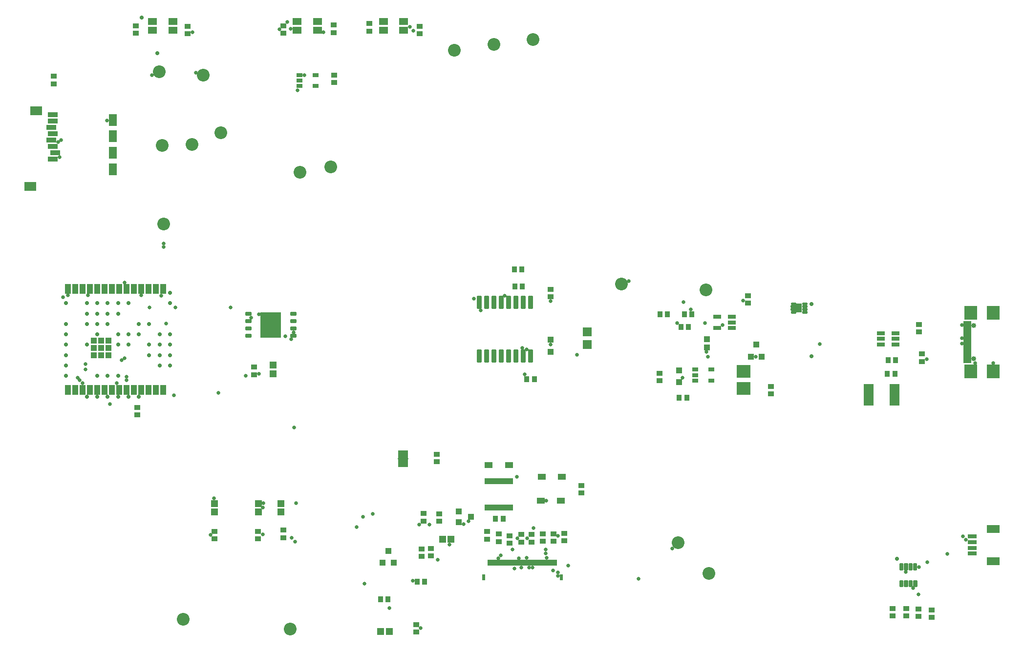
<source format=gbr>
G04 EAGLE Gerber RS-274X export*
G75*
%MOMM*%
%FSLAX34Y34*%
%LPD*%
%INSoldermask Top*%
%IPPOS*%
%AMOC8*
5,1,8,0,0,1.08239X$1,22.5*%
G01*
G04 Define Apertures*
%ADD10R,0.903200X1.103200*%
%ADD11R,1.103200X0.903200*%
%ADD12R,1.603200X1.603200*%
%ADD13R,2.403200X2.203200*%
%ADD14R,1.403200X0.803200*%
%ADD15R,1.143200X1.173200*%
%ADD16R,1.103200X1.003200*%
%ADD17R,1.353200X1.003200*%
%ADD18R,1.173200X1.143200*%
%ADD19R,1.103200X0.803200*%
%ADD20R,1.353200X0.503200*%
%ADD21R,2.203200X2.383200*%
%ADD22C,0.853200*%
%ADD23R,1.403200X2.003200*%
%ADD24R,2.103200X1.603200*%
%ADD25R,1.703200X0.903200*%
%ADD26R,2.203200X1.403200*%
%ADD27R,1.553200X0.803200*%
%ADD28R,0.503200X1.003200*%
%ADD29R,0.603200X1.003200*%
%ADD30R,5.029200X1.092200*%
%ADD31R,1.003200X1.003200*%
%ADD32R,1.003200X1.103200*%
%ADD33R,1.703200X3.803200*%
%ADD34R,1.828800X0.152400*%
%ADD35R,1.803400X1.371600*%
%ADD36C,2.203200*%
%ADD37R,1.603200X1.253200*%
%ADD38R,1.103200X1.703200*%
%ADD39C,0.269722*%
%ADD40C,0.279400*%
%ADD41R,1.103200X1.503200*%
%ADD42C,0.315166*%
%ADD43R,3.603200X4.503200*%
%ADD44R,1.403200X0.753200*%
%ADD45C,0.330503*%
%ADD46C,0.349006*%
%ADD47C,0.655600*%
%ADD48C,0.705600*%
D10*
X1444300Y-323800D03*
X1457300Y-323800D03*
X1049200Y-244000D03*
X1062200Y-244000D03*
D11*
X636100Y-664100D03*
X636100Y-651100D03*
X652200Y-663100D03*
X652200Y-650100D03*
X750000Y-634100D03*
X750000Y-621100D03*
X846300Y-638100D03*
X846300Y-625100D03*
X864400Y-638100D03*
X864400Y-625100D03*
X826500Y-639100D03*
X826500Y-626100D03*
X883600Y-637100D03*
X883600Y-624100D03*
X808800Y-639300D03*
X808800Y-626300D03*
X788900Y-641300D03*
X788900Y-628300D03*
D10*
X1443200Y-347000D03*
X1456200Y-347000D03*
D11*
X770000Y-638300D03*
X770000Y-625300D03*
X1497400Y-768300D03*
X1497400Y-755300D03*
X1520200Y-770300D03*
X1520200Y-757300D03*
D10*
X831500Y-356800D03*
X818500Y-356800D03*
D12*
X922900Y-296600D03*
X922900Y-274600D03*
D11*
X484800Y157700D03*
X484800Y170700D03*
X633100Y242500D03*
X633100Y255500D03*
X483600Y244578D03*
X483600Y257578D03*
X230200Y242500D03*
X230200Y255500D03*
X1241200Y-382500D03*
X1241200Y-369500D03*
D13*
X1193900Y-343000D03*
X1193900Y-373000D03*
D11*
X1048700Y-359500D03*
X1048700Y-346500D03*
X-1400Y155700D03*
X-1400Y168700D03*
X912600Y-541100D03*
X912600Y-554100D03*
D10*
X764200Y-599000D03*
X777200Y-599000D03*
X1091700Y-244000D03*
X1104700Y-244000D03*
D14*
X1432300Y-277300D03*
X1432300Y-286800D03*
X1432300Y-296300D03*
X1457300Y-296300D03*
X1457300Y-286800D03*
X1457300Y-277300D03*
D15*
X353200Y-587300D03*
X353200Y-572300D03*
X277000Y-587300D03*
X277000Y-572300D03*
X378800Y-347300D03*
X378800Y-332300D03*
D16*
X1082300Y-362200D03*
X1082300Y-341200D03*
D17*
X844100Y-525800D03*
X879100Y-525800D03*
X752500Y-505800D03*
X787500Y-505800D03*
X842700Y-567700D03*
X877700Y-567700D03*
D16*
X859800Y-309200D03*
X859800Y-288200D03*
D18*
X672300Y-634800D03*
X687300Y-634800D03*
X580100Y-794800D03*
X565100Y-794800D03*
D15*
X392400Y-587300D03*
X392400Y-572300D03*
D19*
X1109900Y-340100D03*
X1109900Y-349600D03*
X1109900Y-359100D03*
X1137900Y-359100D03*
X1137900Y-340100D03*
X424500Y170900D03*
X424500Y161400D03*
X424500Y151900D03*
X452500Y151900D03*
X452500Y170900D03*
D20*
X1582028Y-325900D03*
X1582028Y-317900D03*
X1582028Y-304900D03*
X1582028Y-294900D03*
X1582028Y-289900D03*
X1582028Y-279900D03*
X1582028Y-266900D03*
X1582028Y-258900D03*
X1582028Y-261900D03*
X1582028Y-269900D03*
X1582028Y-274900D03*
X1582028Y-284900D03*
X1582028Y-299900D03*
X1582028Y-309900D03*
X1582028Y-314900D03*
X1582028Y-322900D03*
D21*
X1627078Y-343500D03*
X1627078Y-241300D03*
X1587778Y-343500D03*
X1587778Y-241300D03*
D22*
X1592778Y-321300D03*
X1592778Y-263500D03*
D23*
X100762Y7500D03*
X100762Y64500D03*
D24*
X-41738Y-22500D03*
X-31738Y109000D03*
D25*
X-3238Y25500D03*
X762Y36500D03*
X-3238Y47500D03*
X-5238Y58500D03*
X-3238Y69500D03*
X-5238Y80500D03*
X-3238Y91500D03*
X-3238Y102500D03*
D23*
X100762Y36000D03*
X100762Y93000D03*
D26*
X1627078Y-672400D03*
X1627078Y-616400D03*
D27*
X1590328Y-659400D03*
X1590328Y-649400D03*
X1590328Y-639400D03*
X1590328Y-629400D03*
D28*
X868400Y-675300D03*
X863400Y-675300D03*
X858400Y-675300D03*
X853400Y-675300D03*
X848400Y-675300D03*
X843400Y-675300D03*
X838400Y-675300D03*
X833400Y-675300D03*
X828400Y-675300D03*
X823400Y-675300D03*
X818400Y-675300D03*
X813400Y-675300D03*
X808400Y-675300D03*
X803400Y-675300D03*
X798400Y-675300D03*
X793400Y-675300D03*
X788400Y-675300D03*
X783400Y-675300D03*
X778400Y-675300D03*
X773400Y-675300D03*
X768400Y-675300D03*
X763400Y-675300D03*
X758400Y-675300D03*
X753400Y-675300D03*
D29*
X878400Y-700300D03*
X743400Y-700300D03*
D30*
X769700Y-533640D03*
X769700Y-579360D03*
D31*
X1130600Y-302000D03*
X1130600Y-287000D03*
D32*
X1206500Y-317400D03*
X1225500Y-317400D03*
X1216000Y-296400D03*
X568700Y-675400D03*
X587700Y-675400D03*
X578200Y-654400D03*
D16*
X700400Y-585900D03*
X700400Y-604900D03*
X721400Y-595400D03*
D11*
X1498100Y-274900D03*
X1498100Y-261900D03*
D10*
X1085800Y-266000D03*
X1098800Y-266000D03*
D11*
X1201900Y-224900D03*
X1201900Y-211900D03*
X1452500Y-767500D03*
X1452500Y-754500D03*
X1475700Y-767500D03*
X1475700Y-754500D03*
X859900Y-213700D03*
X859900Y-200700D03*
D10*
X797600Y-196200D03*
X810600Y-196200D03*
X796800Y-166200D03*
X809800Y-166200D03*
D11*
X545500Y247300D03*
X545500Y260300D03*
X396700Y243300D03*
X396700Y256300D03*
X140900Y243300D03*
X140900Y256300D03*
D33*
X1410900Y-384000D03*
X1455900Y-384000D03*
D11*
X346100Y-348700D03*
X346100Y-335700D03*
X277300Y-633700D03*
X277300Y-620700D03*
X352500Y-633700D03*
X352500Y-620700D03*
X396700Y-631700D03*
X396700Y-618700D03*
X1503300Y-325900D03*
X1503300Y-312900D03*
X626900Y-795700D03*
X626900Y-782700D03*
D10*
X628600Y-708200D03*
X641600Y-708200D03*
X1082700Y-389000D03*
X1095700Y-389000D03*
D11*
X662500Y-486900D03*
X662500Y-499900D03*
X143300Y-418700D03*
X143300Y-405700D03*
D10*
X565000Y-738200D03*
X578000Y-738200D03*
D11*
X639700Y-602700D03*
X639700Y-589700D03*
X666900Y-603500D03*
X666900Y-590500D03*
D34*
X604200Y-494600D03*
D35*
X604200Y-486980D03*
X604200Y-502220D03*
D36*
X186700Y48600D03*
X223000Y-773400D03*
X1080500Y-640400D03*
X189500Y-87400D03*
X288000Y70600D03*
X1128500Y-201400D03*
X829000Y232600D03*
X692500Y213600D03*
X408000Y-790400D03*
X237900Y50400D03*
X982100Y-191600D03*
X425300Y2400D03*
X478500Y11400D03*
X181700Y176400D03*
X257900Y170400D03*
X761100Y224400D03*
X1134300Y-693600D03*
D37*
X604900Y263828D03*
X569900Y263828D03*
X569900Y248828D03*
X604900Y248828D03*
X455400Y263828D03*
X420400Y263828D03*
X420400Y248828D03*
X455400Y248828D03*
X204900Y263828D03*
X169900Y263828D03*
X169900Y248828D03*
X204900Y248828D03*
D38*
X23400Y-375100D03*
X36100Y-375100D03*
X48800Y-375100D03*
X61500Y-375100D03*
X74200Y-375100D03*
X86900Y-375100D03*
X99600Y-375100D03*
X112300Y-375100D03*
X125000Y-375100D03*
X137700Y-375100D03*
X150400Y-375100D03*
X163100Y-375100D03*
X175800Y-375100D03*
X188500Y-375100D03*
X188500Y-200100D03*
X175800Y-200100D03*
X163100Y-200100D03*
X150400Y-200100D03*
X137700Y-200100D03*
X125000Y-200100D03*
X112300Y-200100D03*
X99600Y-200100D03*
X86900Y-200100D03*
X74200Y-200100D03*
X61500Y-200100D03*
X48800Y-200100D03*
X36100Y-200100D03*
X23400Y-200100D03*
D31*
X80600Y-302650D03*
X68100Y-315150D03*
X68100Y-302650D03*
X68100Y-290150D03*
X80600Y-315150D03*
X80600Y-290150D03*
X93100Y-315150D03*
X93100Y-302650D03*
X93100Y-290150D03*
D39*
X1276682Y-226318D02*
X1283618Y-226318D01*
X1276682Y-226318D02*
X1276682Y-224282D01*
X1283618Y-224282D01*
X1283618Y-226318D01*
D40*
X1283833Y-231443D02*
X1276467Y-231443D01*
X1276467Y-229157D01*
X1283833Y-229157D01*
X1283833Y-231443D01*
X1283833Y-236443D02*
X1276467Y-236443D01*
X1276467Y-234157D01*
X1283833Y-234157D01*
X1283833Y-236443D01*
D39*
X1283618Y-241318D02*
X1276682Y-241318D01*
X1276682Y-239282D01*
X1283618Y-239282D01*
X1283618Y-241318D01*
X1296382Y-241318D02*
X1303318Y-241318D01*
X1296382Y-241318D02*
X1296382Y-239282D01*
X1303318Y-239282D01*
X1303318Y-241318D01*
X1303318Y-236318D02*
X1296382Y-236318D01*
X1296382Y-234282D01*
X1303318Y-234282D01*
X1303318Y-236318D01*
X1303318Y-231318D02*
X1296382Y-231318D01*
X1296382Y-229282D01*
X1303318Y-229282D01*
X1303318Y-231318D01*
X1303318Y-226318D02*
X1296382Y-226318D01*
X1296382Y-224282D01*
X1303318Y-224282D01*
X1303318Y-226318D01*
D41*
X1290000Y-232800D03*
D42*
X340090Y-244990D02*
X331810Y-244990D01*
X331810Y-241710D01*
X340090Y-241710D01*
X340090Y-244990D01*
X340090Y-241996D02*
X331810Y-241996D01*
X331810Y-257690D02*
X340090Y-257690D01*
X331810Y-257690D02*
X331810Y-254410D01*
X340090Y-254410D01*
X340090Y-257690D01*
X340090Y-254696D02*
X331810Y-254696D01*
X331810Y-270390D02*
X340090Y-270390D01*
X331810Y-270390D02*
X331810Y-267110D01*
X340090Y-267110D01*
X340090Y-270390D01*
X340090Y-267396D02*
X331810Y-267396D01*
X331810Y-283090D02*
X340090Y-283090D01*
X331810Y-283090D02*
X331810Y-279810D01*
X340090Y-279810D01*
X340090Y-283090D01*
X340090Y-280096D02*
X331810Y-280096D01*
X409710Y-283090D02*
X417990Y-283090D01*
X409710Y-283090D02*
X409710Y-279810D01*
X417990Y-279810D01*
X417990Y-283090D01*
X417990Y-280096D02*
X409710Y-280096D01*
X409710Y-270390D02*
X417990Y-270390D01*
X409710Y-270390D02*
X409710Y-267110D01*
X417990Y-267110D01*
X417990Y-270390D01*
X417990Y-267396D02*
X409710Y-267396D01*
X409710Y-257690D02*
X417990Y-257690D01*
X409710Y-257690D02*
X409710Y-254410D01*
X417990Y-254410D01*
X417990Y-257690D01*
X417990Y-254696D02*
X409710Y-254696D01*
X409710Y-244990D02*
X417990Y-244990D01*
X409710Y-244990D02*
X409710Y-241710D01*
X417990Y-241710D01*
X417990Y-244990D01*
X417990Y-241996D02*
X409710Y-241996D01*
D43*
X374900Y-262400D03*
D44*
X1174101Y-267600D03*
X1174101Y-258100D03*
X1174101Y-248600D03*
X1148099Y-248600D03*
X1148099Y-267600D03*
D45*
X1469364Y-677676D02*
X1469364Y-686564D01*
X1465636Y-686564D01*
X1465636Y-677676D01*
X1469364Y-677676D01*
X1469364Y-683424D02*
X1465636Y-683424D01*
X1465636Y-680284D02*
X1469364Y-680284D01*
X1477364Y-677676D02*
X1477364Y-686564D01*
X1473636Y-686564D01*
X1473636Y-677676D01*
X1477364Y-677676D01*
X1477364Y-683424D02*
X1473636Y-683424D01*
X1473636Y-680284D02*
X1477364Y-680284D01*
X1485364Y-677676D02*
X1485364Y-686564D01*
X1481636Y-686564D01*
X1481636Y-677676D01*
X1485364Y-677676D01*
X1485364Y-683424D02*
X1481636Y-683424D01*
X1481636Y-680284D02*
X1485364Y-680284D01*
X1493364Y-677676D02*
X1493364Y-686564D01*
X1489636Y-686564D01*
X1489636Y-677676D01*
X1493364Y-677676D01*
X1493364Y-683424D02*
X1489636Y-683424D01*
X1489636Y-680284D02*
X1493364Y-680284D01*
X1493564Y-706836D02*
X1493564Y-715724D01*
X1489836Y-715724D01*
X1489836Y-706836D01*
X1493564Y-706836D01*
X1493564Y-712584D02*
X1489836Y-712584D01*
X1489836Y-709444D02*
X1493564Y-709444D01*
X1485364Y-706836D02*
X1485364Y-715724D01*
X1481636Y-715724D01*
X1481636Y-706836D01*
X1485364Y-706836D01*
X1485364Y-712584D02*
X1481636Y-712584D01*
X1481636Y-709444D02*
X1485364Y-709444D01*
X1477364Y-706836D02*
X1477364Y-715724D01*
X1473636Y-715724D01*
X1473636Y-706836D01*
X1477364Y-706836D01*
X1477364Y-712584D02*
X1473636Y-712584D01*
X1473636Y-709444D02*
X1477364Y-709444D01*
X1469364Y-706836D02*
X1469364Y-715724D01*
X1465636Y-715724D01*
X1465636Y-706836D01*
X1469364Y-706836D01*
X1469364Y-712584D02*
X1465636Y-712584D01*
X1465636Y-709444D02*
X1469364Y-709444D01*
D46*
X822729Y-232971D02*
X822729Y-213929D01*
X827171Y-213929D01*
X827171Y-232971D01*
X822729Y-232971D01*
X822729Y-229656D02*
X827171Y-229656D01*
X827171Y-226341D02*
X822729Y-226341D01*
X822729Y-223026D02*
X827171Y-223026D01*
X827171Y-219711D02*
X822729Y-219711D01*
X822729Y-216396D02*
X827171Y-216396D01*
X810029Y-213929D02*
X810029Y-232971D01*
X810029Y-213929D02*
X814471Y-213929D01*
X814471Y-232971D01*
X810029Y-232971D01*
X810029Y-229656D02*
X814471Y-229656D01*
X814471Y-226341D02*
X810029Y-226341D01*
X810029Y-223026D02*
X814471Y-223026D01*
X814471Y-219711D02*
X810029Y-219711D01*
X810029Y-216396D02*
X814471Y-216396D01*
X797329Y-213929D02*
X797329Y-232971D01*
X797329Y-213929D02*
X801771Y-213929D01*
X801771Y-232971D01*
X797329Y-232971D01*
X797329Y-229656D02*
X801771Y-229656D01*
X801771Y-226341D02*
X797329Y-226341D01*
X797329Y-223026D02*
X801771Y-223026D01*
X801771Y-219711D02*
X797329Y-219711D01*
X797329Y-216396D02*
X801771Y-216396D01*
X784629Y-213929D02*
X784629Y-232971D01*
X784629Y-213929D02*
X789071Y-213929D01*
X789071Y-232971D01*
X784629Y-232971D01*
X784629Y-229656D02*
X789071Y-229656D01*
X789071Y-226341D02*
X784629Y-226341D01*
X784629Y-223026D02*
X789071Y-223026D01*
X789071Y-219711D02*
X784629Y-219711D01*
X784629Y-216396D02*
X789071Y-216396D01*
X771929Y-213929D02*
X771929Y-232971D01*
X771929Y-213929D02*
X776371Y-213929D01*
X776371Y-232971D01*
X771929Y-232971D01*
X771929Y-229656D02*
X776371Y-229656D01*
X776371Y-226341D02*
X771929Y-226341D01*
X771929Y-223026D02*
X776371Y-223026D01*
X776371Y-219711D02*
X771929Y-219711D01*
X771929Y-216396D02*
X776371Y-216396D01*
X759229Y-213929D02*
X759229Y-232971D01*
X759229Y-213929D02*
X763671Y-213929D01*
X763671Y-232971D01*
X759229Y-232971D01*
X759229Y-229656D02*
X763671Y-229656D01*
X763671Y-226341D02*
X759229Y-226341D01*
X759229Y-223026D02*
X763671Y-223026D01*
X763671Y-219711D02*
X759229Y-219711D01*
X759229Y-216396D02*
X763671Y-216396D01*
X746529Y-213929D02*
X746529Y-232971D01*
X746529Y-213929D02*
X750971Y-213929D01*
X750971Y-232971D01*
X746529Y-232971D01*
X746529Y-229656D02*
X750971Y-229656D01*
X750971Y-226341D02*
X746529Y-226341D01*
X746529Y-223026D02*
X750971Y-223026D01*
X750971Y-219711D02*
X746529Y-219711D01*
X746529Y-216396D02*
X750971Y-216396D01*
X733829Y-213929D02*
X733829Y-232971D01*
X733829Y-213929D02*
X738271Y-213929D01*
X738271Y-232971D01*
X733829Y-232971D01*
X733829Y-229656D02*
X738271Y-229656D01*
X738271Y-226341D02*
X733829Y-226341D01*
X733829Y-223026D02*
X738271Y-223026D01*
X738271Y-219711D02*
X733829Y-219711D01*
X733829Y-216396D02*
X738271Y-216396D01*
X733829Y-307029D02*
X733829Y-326071D01*
X733829Y-307029D02*
X738271Y-307029D01*
X738271Y-326071D01*
X733829Y-326071D01*
X733829Y-322756D02*
X738271Y-322756D01*
X738271Y-319441D02*
X733829Y-319441D01*
X733829Y-316126D02*
X738271Y-316126D01*
X738271Y-312811D02*
X733829Y-312811D01*
X733829Y-309496D02*
X738271Y-309496D01*
X746529Y-307029D02*
X746529Y-326071D01*
X746529Y-307029D02*
X750971Y-307029D01*
X750971Y-326071D01*
X746529Y-326071D01*
X746529Y-322756D02*
X750971Y-322756D01*
X750971Y-319441D02*
X746529Y-319441D01*
X746529Y-316126D02*
X750971Y-316126D01*
X750971Y-312811D02*
X746529Y-312811D01*
X746529Y-309496D02*
X750971Y-309496D01*
X759229Y-307029D02*
X759229Y-326071D01*
X759229Y-307029D02*
X763671Y-307029D01*
X763671Y-326071D01*
X759229Y-326071D01*
X759229Y-322756D02*
X763671Y-322756D01*
X763671Y-319441D02*
X759229Y-319441D01*
X759229Y-316126D02*
X763671Y-316126D01*
X763671Y-312811D02*
X759229Y-312811D01*
X759229Y-309496D02*
X763671Y-309496D01*
X771929Y-307029D02*
X771929Y-326071D01*
X771929Y-307029D02*
X776371Y-307029D01*
X776371Y-326071D01*
X771929Y-326071D01*
X771929Y-322756D02*
X776371Y-322756D01*
X776371Y-319441D02*
X771929Y-319441D01*
X771929Y-316126D02*
X776371Y-316126D01*
X776371Y-312811D02*
X771929Y-312811D01*
X771929Y-309496D02*
X776371Y-309496D01*
X784629Y-307029D02*
X784629Y-326071D01*
X784629Y-307029D02*
X789071Y-307029D01*
X789071Y-326071D01*
X784629Y-326071D01*
X784629Y-322756D02*
X789071Y-322756D01*
X789071Y-319441D02*
X784629Y-319441D01*
X784629Y-316126D02*
X789071Y-316126D01*
X789071Y-312811D02*
X784629Y-312811D01*
X784629Y-309496D02*
X789071Y-309496D01*
X797329Y-307029D02*
X797329Y-326071D01*
X797329Y-307029D02*
X801771Y-307029D01*
X801771Y-326071D01*
X797329Y-326071D01*
X797329Y-322756D02*
X801771Y-322756D01*
X801771Y-319441D02*
X797329Y-319441D01*
X797329Y-316126D02*
X801771Y-316126D01*
X801771Y-312811D02*
X797329Y-312811D01*
X797329Y-309496D02*
X801771Y-309496D01*
X810029Y-307029D02*
X810029Y-326071D01*
X810029Y-307029D02*
X814471Y-307029D01*
X814471Y-326071D01*
X810029Y-326071D01*
X810029Y-322756D02*
X814471Y-322756D01*
X814471Y-319441D02*
X810029Y-319441D01*
X810029Y-316126D02*
X814471Y-316126D01*
X814471Y-312811D02*
X810029Y-312811D01*
X810029Y-309496D02*
X814471Y-309496D01*
X822729Y-307029D02*
X822729Y-326071D01*
X822729Y-307029D02*
X827171Y-307029D01*
X827171Y-326071D01*
X822729Y-326071D01*
X822729Y-322756D02*
X827171Y-322756D01*
X827171Y-319441D02*
X822729Y-319441D01*
X822729Y-316126D02*
X827171Y-316126D01*
X827171Y-312811D02*
X822729Y-312811D01*
X822729Y-309496D02*
X827171Y-309496D01*
D47*
X1547045Y-659953D03*
X1487490Y-719508D03*
X1497185Y-729895D03*
X1595520Y-328938D03*
X1626683Y-328938D03*
X1572668Y-262458D03*
X1102460Y-235450D03*
X1089995Y-222985D03*
X1127390Y-259688D03*
X1078915Y-259688D03*
X1130160Y-309548D03*
X1511728Y-322013D03*
X409268Y251378D03*
X238913Y245145D03*
X580315Y-753440D03*
X664108Y-669648D03*
X53323Y-340018D03*
X53323Y-330323D03*
X331015Y-350405D03*
X283925Y-380183D03*
X537380Y-711198D03*
X23545Y-211213D03*
X14543Y-214675D03*
X905098Y-314395D03*
X814380Y-348328D03*
D48*
X178000Y209000D03*
X151000Y271000D03*
D47*
X1215338Y-317858D03*
X1132238Y-317858D03*
X1087918Y-354560D03*
X184898Y-211905D03*
X780448Y-211905D03*
X551230Y-590703D03*
X1475025Y-691115D03*
X1579593Y-635023D03*
X1512420Y-674495D03*
X164815Y-231988D03*
X209135Y-231988D03*
X304700Y-231988D03*
X810225Y-302623D03*
D48*
X1460000Y-668000D03*
X1312000Y-226000D03*
D47*
X1574053Y-629483D03*
X1497878Y-682805D03*
X193208Y-260380D03*
X818535Y-304700D03*
D48*
X1312000Y-317000D03*
D47*
X621865Y247915D03*
X615633Y254148D03*
X48475Y-363563D03*
X432813Y170355D03*
X124650Y-358715D03*
X726433Y-216753D03*
X1193178Y-220215D03*
X1157860Y-263150D03*
X853160Y-666878D03*
X632253Y-608708D03*
X793605Y-652335D03*
X649565Y-608708D03*
X863548Y-688345D03*
X830308Y-614940D03*
X773523Y-662723D03*
X801915Y-632945D03*
X872550Y-698040D03*
X890555Y-680035D03*
X389878Y249993D03*
X403035Y263150D03*
X466053Y245145D03*
X189053Y-127420D03*
X621173Y-706350D03*
X684190Y-643333D03*
X90718Y92103D03*
X168970Y170355D03*
X414808Y-440430D03*
X6233Y54708D03*
X245145Y175203D03*
X797068Y-685575D03*
X634330Y-788758D03*
X400265Y-281848D03*
X108030Y-363563D03*
X409960Y-287388D03*
X340710Y-249993D03*
X804685Y-667570D03*
X410653Y-632253D03*
X414115Y-275615D03*
X418963Y-572005D03*
X11080Y58170D03*
X40165Y-353868D03*
X421040Y144733D03*
X361485Y-572005D03*
X360793Y-626020D03*
X360793Y-579623D03*
X353868Y-243760D03*
X207058Y-385030D03*
X808840Y-683498D03*
X416885Y-638485D03*
X276308Y-563695D03*
X270075Y-626713D03*
X9003Y28393D03*
X43628Y-358715D03*
X354560Y-347635D03*
X828230Y-683498D03*
X1011743Y-702888D03*
X57478Y-211213D03*
X150273Y-211213D03*
X534610Y-595550D03*
X821998Y-683498D03*
X1070605Y-650258D03*
X96258Y-399573D03*
X817843Y-666185D03*
X523530Y-613555D03*
X189053Y-121188D03*
X121188Y-189053D03*
X124650Y-352483D03*
X738898Y-237528D03*
X1572668Y-295005D03*
X1572668Y-285310D03*
X116340Y-323398D03*
X1325780Y-295698D03*
X995123Y-186283D03*
X121188Y-319935D03*
X852468Y-567158D03*
X801523Y-526380D03*
X872550Y-691808D03*
X872550Y-628790D03*
X768675Y-667570D03*
X819228Y-632945D03*
X851083Y-652335D03*
X717430Y-603168D03*
X851083Y-658568D03*
X709120Y-608015D03*
X860085Y-296390D03*
X860085Y-220908D03*
D48*
X200056Y-207000D03*
X200056Y-225000D03*
X128056Y-225000D03*
X110056Y-225000D03*
X92056Y-225000D03*
X74056Y-225000D03*
X56056Y-225000D03*
X20056Y-225000D03*
X110056Y-243000D03*
X92056Y-243000D03*
X74056Y-243000D03*
X56056Y-243000D03*
X164056Y-261000D03*
X146056Y-261000D03*
X92056Y-261000D03*
X74056Y-261000D03*
X56056Y-261000D03*
X20056Y-261000D03*
X200056Y-279000D03*
X182056Y-279000D03*
X146056Y-279000D03*
X128056Y-279000D03*
X110056Y-279000D03*
X74056Y-279000D03*
X20056Y-279000D03*
X200056Y-297000D03*
X182056Y-297000D03*
X146056Y-387000D03*
X128056Y-387000D03*
X110056Y-387000D03*
X92056Y-387000D03*
X74056Y-387000D03*
X56056Y-387000D03*
X20056Y-351000D03*
X74056Y-351000D03*
X92056Y-351000D03*
X110056Y-351000D03*
X20056Y-333000D03*
X182056Y-333000D03*
X200056Y-333000D03*
X20056Y-315000D03*
X164056Y-315000D03*
X182056Y-315000D03*
X200056Y-315000D03*
X20056Y-297000D03*
X56056Y-297000D03*
X110056Y-297000D03*
X128056Y-297000D03*
X164056Y-297000D03*
M02*

</source>
